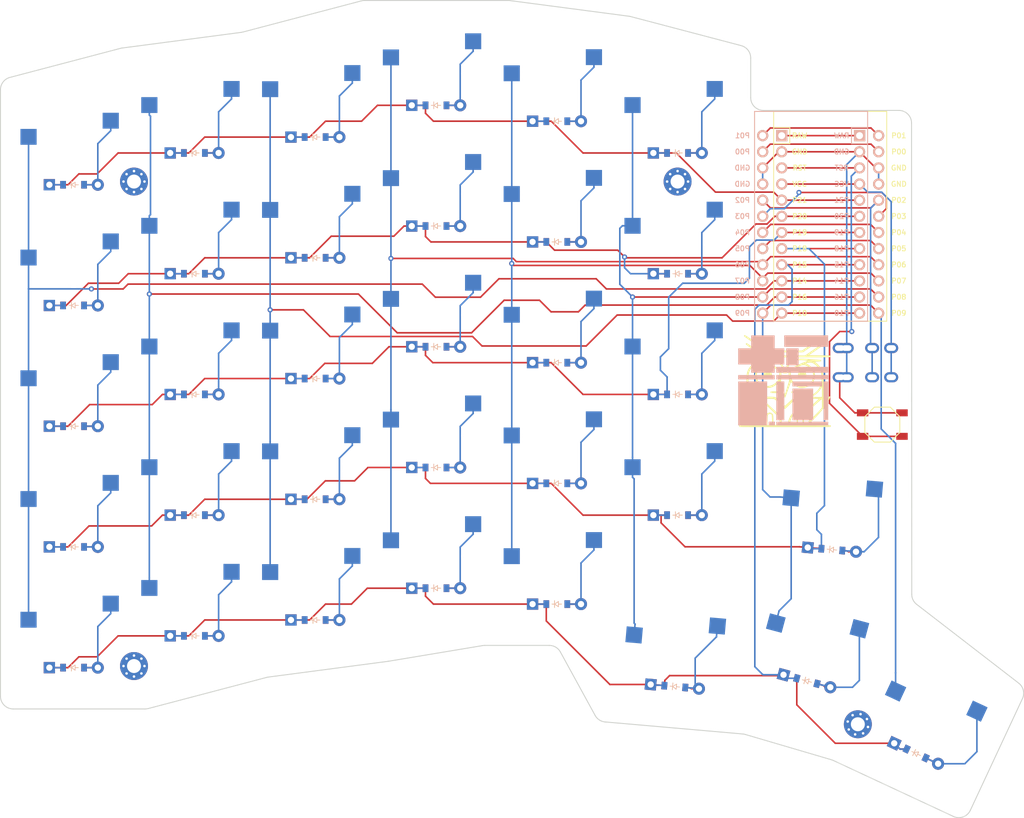
<source format=kicad_pcb>
(kicad_pcb (version 20221018) (generator pcbnew)
  (title_block (title "board") (rev "v1.0.0") (company "Unknown"))
  (layers (0 "F.Cu" signal) (31 "B.Cu" signal) (34 "B.Paste" user) (35 "F.Paste" user) (36 "B.SilkS" user "B.Silkscreen") (37 "F.SilkS" user "F.Silkscreen") (38 "B.Mask" user) (39 "F.Mask" user) (44 "Edge.Cuts" user))
  (net 0 "")
  (net 1 "P14")
  (net 2 "outer_mod")
  (net 3 "outer_bottom")
  (net 4 "outer_home")
  (net 5 "outer_top")
  (net 6 "outer_num")
  (net 7 "P16")
  (net 8 "pinky_mod")
  (net 9 "pinky_bottom")
  (net 10 "pinky_home")
  (net 11 "pinky_top")
  (net 12 "pinky_num")
  (net 13 "P10")
  (net 14 "ring_mod")
  (net 15 "ring_bottom")
  (net 16 "ring_home")
  (net 17 "ring_top")
  (net 18 "ring_num")
  (net 19 "P6")
  (net 20 "middle_mod")
  (net 21 "middle_bottom")
  (net 22 "middle_home")
  (net 23 "middle_top")
  (net 24 "middle_num")
  (net 25 "P7")
  (net 26 "index_mod")
  (net 27 "index_bottom")
  (net 28 "index_home")
  (net 29 "index_top")
  (net 30 "index_num")
  (net 31 "P8")
  (net 32 "inner_bottom")
  (net 33 "inner_home")
  (net 34 "inner_top")
  (net 35 "inner_num")
  (net 36 "P9")
  (net 37 "bracket_bottom")
  (net 38 "base_cluster")
  (net 39 "space_cluster")
  (net 40 "magic_cluster")
  (net 41 "P15")
  (net 42 "P18")
  (net 43 "P19")
  (net 44 "P20")
  (net 45 "P21")
  (net 46 "RAW")
  (net 47 "GND")
  (net 48 "RST")
  (net 49 "VCC")
  (net 50 "P1")
  (net 51 "P0")
  (net 52 "P2")
  (net 53 "P3")
  (net 54 "P4")
  (net 55 "P5")
  (footprint "E73:SW_TACT_ALPS_SKQGABE010" (layer "F.Cu") (at 177.2 116.75)
    (fp_text reference "B1" hide)
    (fp_text value "" hide)
  )
  (footprint "MX" (layer "F.Cu") (at 50 112)
    (fp_text reference "S3" hide)
    (fp_text value "" hide)
  )
  (footprint "ComboDiode" (layer "F.Cu") (at 107 66.5)
    (fp_text reference "D20" hide)
    (fp_text value "" hide)
  )
  (footprint "MX" (layer "F.Cu") (at 126 121)
    (fp_text reference "S22" hide)
    (fp_text value "" hide)
  )
  (footprint "MX" (layer "F.Cu") (at 169.7031 131.4455 -5)
    (fp_text reference "S30" hide)
    (fp_text value "" hide)
  )
  (footprint "ComboDiode" (layer "F.Cu") (at 50 79)
    (fp_text reference "D5" hide)
    (fp_text value "" hide)
  )
  (footprint "ComboDiode" (layer "F.Cu") (at 107 142.5)
    (fp_text reference "D16" hide)
    (fp_text value "" hide)
  )
  (footprint "MX" (layer "F.Cu") (at 126 140)
    (fp_text reference "S21" hide)
    (fp_text value "" hide)
  )
  (footprint "MX" (layer "F.Cu") (at 145 107)
    (fp_text reference "S27" hide)
    (fp_text value "" hide)
  )
  (footprint "LOGO" (layer "F.Cu") (at 161.923855 110.237115)
    (fp_text reference "G***" hide)
    (fp_text value "LOGO" hide)
  )
  (footprint "MountingHole_2.2mm_M2_Pad_Via" (layer "F.Cu") (at 145 78.5)
    (fp_text reference "_2" hide)
    (fp_text value "")
  )
  (footprint "ComboDiode" (layer "F.Cu") (at 144.5642 157.981 -5)
    (fp_text reference "D31" hide)
    (fp_text value "" hide)
  )
  (footprint "MX" (layer "F.Cu") (at 50 131)
    (fp_text reference "S2" hide)
    (fp_text value "" hide)
  )
  (footprint "ComboDiode" (layer "F.Cu") (at 145 74)
    (fp_text reference "D29" hide)
    (fp_text value "" hide)
  )
  (footprint "ComboDiode" (layer "F.Cu") (at 69 93)
    (fp_text reference "D9" hide)
    (fp_text value "" hide)
  )
  (footprint "MX" (layer "F.Cu") (at 107 80.5)
    (fp_text reference "S19" hide)
    (fp_text value "" hide)
  )
  (footprint "MX" (layer "F.Cu") (at 50 93)
    (fp_text reference "S4" hide)
    (fp_text value "" hide)
  )
  (footprint "ComboDiode" (layer "F.Cu") (at 50 98)
    (fp_text reference "D4" hide)
    (fp_text value "" hide)
  )
  (footprint "ComboDiode" (layer "F.Cu") (at 69 74)
    (fp_text reference "D10" hide)
    (fp_text value "" hide)
  )
  (footprint "MX" (layer "F.Cu") (at 145 126)
    (fp_text reference "S26" hide)
    (fp_text value "" hide)
  )
  (footprint "MX" (layer "F.Cu") (at 50 74)
    (fp_text reference "S5" hide)
    (fp_text value "" hide)
  )
  (footprint "ComboDiode" (layer "F.Cu") (at 169.2673 136.4264 -5)
    (fp_text reference "D30" hide)
    (fp_text value "" hide)
  )
  (footprint "ComboDiode" (layer "F.Cu") (at 88 90.5)
    (fp_text reference "D14" hide)
    (fp_text value "" hide)
  )
  (footprint "ComboDiode" (layer "F.Cu") (at 126 107)
    (fp_text reference "D23" hide)
    (fp_text value "" hide)
  )
  (footprint "ProMicro" (layer "F.Cu") (at 169 85.24 -90)
    (fp_text reference "MCU1" hide)
    (fp_text value "" hide)
  )
  (footprint "MX" (layer "F.Cu") (at 126 64)
    (fp_text reference "S25" hide)
    (fp_text value "" hide)
  )
  (footprint "ComboDiode" (layer "F.Cu") (at 88 71.5)
    (fp_text reference "D15" hide)
    (fp_text value "" hide)
  )
  (footprint "MX" (layer "F.Cu") (at 107 118.5)
    (fp_text reference "S17" hide)
    (fp_text value "" hide)
  )
  (footprint "MX" (layer "F.Cu") (at 69 126)
    (fp_text reference "S7" hide)
    (fp_text value "" hide)
  )
  (footprint "MX" (layer "F.Cu") (at 88 123.5)
    (fp_text reference "S12" hide)
    (fp_text value "" hide)
  )
  (footprint "MX" (layer "F.Cu") (at 107 99.5)
    (fp_text reference "S18" hide)
    (fp_text value "" hide)
  )
  (footprint "MountingHole_2.2mm_M2_Pad_Via" (layer "F.Cu") (at 59.5 154.75)
    (fp_text reference "_3" hide)
    (fp_text value "")
  )
  (footprint "ComboDiode" (layer "F.Cu") (at 88 128.5)
    (fp_text reference "D12" hide)
    (fp_text value "" hide)
  )
  (footprint "MX" (layer "F.Cu") (at 145 69)
    (fp_text reference "S29" hide)
    (fp_text value "" hide)
  )
  (footprint "ComboDiode" (layer "F.Cu") (at 50 117)
    (fp_text reference "D3" hide)
    (fp_text value "" hide)
  )
  (footprint "MX" (layer "F.Cu") (at 107 61.5)
    (fp_text reference "S20" hide)
    (fp_text value "" hide)
  )
  (footprint "ComboDiode" (layer "F.Cu") (at 50 155)
    (fp_text reference "D1" hide)
    (fp_text value "" hide)
  )
  (footprint "MX" (layer "F.Cu") (at 107 137.5)
    (fp_text reference "S16" hide)
    (fp_text value "" hide)
  )
  (footprint "ComboDiode" (layer "F.Cu") (at 88 109.5)
    (fp_text reference "D13" hide)
    (fp_text value "" hide)
  )
  (footprint "MountingHole_2.2mm_M2_Pad_Via" (layer "F.Cu") (at 173.3535 163.9109 -15)
    (fp_text reference "_4" hide)
    (fp_text value "")
  )
  (footprint "MountingHole_2.2mm_M2_Pad_Via" (layer "F.Cu") (at 59.5 78.5)
    (fp_text reference "_1" hide)
    (fp_text value "")
  )
  (footprint "MX" (layer "F.Cu") (at 69 69)
    (fp_text reference "S10" hide)
    (fp_text value "" hide)
  )
  (footprint "ComboDiode" (layer "F.Cu") (at 145 131)
    (fp_text reference "D26" hide)
    (fp_text value "" hide)
  )
  (footprint "TRRS-PJ-320A-dual" (layer "F.Cu") (at 181.8 109.3 -90)
    (fp_text reference "TRRS1")
    (fp_text value "TRRS-PJ-320A-dual")
  )
  (footprint "ComboDiode" (layer "F.Cu") (at 107 104.5)
    (fp_text reference "D18" hide)
    (fp_text value "" hide)
  )
  (footprint "MX" (layer "F.Cu") (at 184.6377 163.9829 -25)
    (fp_text reference "S33" hide)
    (fp_text value "" hide)
  )
  (footprint "ComboDiode" (layer "F.Cu") (at 165.3419 157.1054 -15)
    (fp_text reference "D32" hide)
    (fp_text value "" hide)
  )
  (footprint "MX" (layer "F.Cu") (at 50 150)
    (fp_text reference "S1" hide)
    (fp_text value "" hide)
  )
  (footprint "MX" (layer "F.Cu") (at 145 153 -5)
    (fp_text reference "S31" hide)
    (fp_text value "" hide)
  )
  (footprint "ComboDiode" (layer "F.Cu") (at 126 88)
    (fp_text reference "D24" hide)
    (fp_text value "" hide)
  )
  (footprint "MX" (layer "F.Cu") (at 69 88)
    (fp_text reference "S9" hide)
    (fp_text value "" hide)
  )
  (footprint "ComboDiode" (layer "F.Cu") (at 107 123.5)
    (fp_text reference "D17" hide)
    (fp_text value "" hide)
  )
  (footprint "ComboDiode" (layer "F.Cu") (at 126 145)
    (fp_text reference "D21" hide)
    (fp_text value "" hide)
  )
  (footprint "ComboDiode" (layer "F.Cu") (at 50 136)
    (fp_text reference "D2" hide)
    (fp_text value "" hide)
  )
  (footprint "ComboDiode" (layer "F.Cu") (at 88 147.5)
    (fp_text reference "D11" hide)
    (fp_text value "" hide)
  )
  (footprint "ComboDiode" (layer "F.Cu") (at 69 150)
    (fp_text reference "D6" hide)
    (fp_text value "" hide)
  )
  (footprint "MX" (layer "F.Cu") (at 88 66.5)
    (fp_text reference "S15" hide)
    (fp_text value "" hide)
  )
  (footprint "MX" (layer "F.Cu") (at 166.636 152.2758 -15)
    (fp_text reference "S32" hide)
    (fp_text value "" hide)
  )
  (footprint "MX" (layer "F.Cu") (at 69 107)
    (fp_text reference "S8" hide)
    (fp_text value "" hide)
  )
  (footprint "ComboDiode" (layer "F.Cu") (at 126 69)
    (fp_text reference "D25" hide)
    (fp_text value "" hide)
  )
  (footprint "MX" (layer "F.Cu") (at 69 145)
    (fp_text reference "S6" hide)
    (fp_text value "" hide)
  )
  (footprint "MX" (layer "F.Cu") (at 88 104.5)
    (fp_text reference "S13" hide)
    (fp_text value "" hide)
  )
  (footprint "MX" (layer "F.Cu") (at 126 83)
    (fp_text reference "S24" hide)
    (fp_text value "" hide)
  )
  (footprint "ComboDiode" (layer "F.Cu") (at 107 85.5)
    (fp_text reference "D19" hide)
    (fp_text value "" hide)
  )
  (footprint "MX" (layer "F.Cu") (at 88 85.5)
    (fp_text reference "S14" hide)
    (fp_text value "" hide)
  )
  (footprint "ComboDiode" (layer "F.Cu") (at 145 112)
    (fp_text reference "D27" hide)
    (fp_text value "" hide)
  )
  (footprint "MX" (layer "F.Cu") (at 88 142.5)
    (fp_text reference "S11" hide)
    (fp_text value "" hide)
  )
  (footprint "ComboDiode" (layer "F.Cu") (at 69 112)
    (fp_text reference "D8" hide)
    (fp_text value "" hide)
  )
  (footprint "ComboDiode" (layer "F.Cu") (at 145 93)
    (fp_text reference "D28" hide)
    (fp_text value "" hide)
  )
  (footprint "MX" (layer "F.Cu") (at 145 88)
    (fp_text reference "S28" hide)
    (fp_text value "" hide)
  )
  (footprint "ComboDiode" (layer "F.Cu") (at 69 131)
    (fp_text reference "D7" hide)
    (fp_text value "" hide)
  )
  (footprint "ComboDiode" (layer "F.Cu") (at 126 126)
    (fp_text reference "D22" hide)
    (fp_text value "" hide)
  )
  (footprint "ComboDiode" (layer "F.Cu") (at 182.5246 168.5145 -25)
    (fp_text reference "D33" hide)
    (fp_text value "" hide)
  )
  (footprint "MX" (layer "F.Cu") (at 126 102)
    (fp_text reference "S23" hide)
    (fp_text value "" hide)
  )
  (footprint "ProMicro" (layer "B.Cu") (at 166 85.24 -90)
    (fp_text reference "MCU2" hide)
    (fp_text value "" hide)
  )
  (footprint "LOGO" (layer "B.Cu") (at 162.3 109.6 180)
    (fp_text reference "G***" hide)
    (fp_text value "LOGO" hide)
  )
  (gr_line (start 137.374417 52.483476) (end 118.629895 50.017091) (stroke (width 0.15)) (layer "Edge.Cuts"))
  (gr_line (start 155.008987 57.107628) (end 137.622495 52.532235) (stroke (width 0.15)) (layer "Edge.Cuts"))
  (gr_arc (start 133.6078 163.547239) (mid 132.688277 163.229223) (end 132.027626 162.514944) (stroke (width 0.15)) (layer "Edge.Cuts"))
  (gr_arc (start 137.374417 52.483475) (mid 137.499227 52.503931) (end 137.622495 52.532235) (stroke (width 0.15)) (layer "Edge.Cuts"))
  (gr_line (start 114.665525 151.5) (end 124.814575 151.5) (stroke (width 0.15)) (layer "Edge.Cuts"))
  (gr_arc (start 118.368986 50) (mid 118.49972 50.004277) (end 118.629895 50.017091) (stroke (width 0.15)) (layer "Edge.Cuts"))
  (gr_line (start 198.654648 157.442406) (end 182.608042 145.041916) (stroke (width 0.15)) (layer "Edge.Cuts"))
  (gr_line (start 169.491579 169.609027) (end 188.38748 178.42033) (stroke (width 0.15)) (layer "Edge.Cuts"))
  (gr_arc (start 95.249766 50.065851) (mid 95.502138 50.016531) (end 95.758753 50) (stroke (width 0.15)) (layer "Edge.Cuts"))
  (gr_arc (start 99.533859 153.994357) (mid 99.499958 153.999709) (end 99.46597 154.004478) (stroke (width 0.15)) (layer "Edge.Cuts"))
  (gr_arc (start 124.814575 151.5) (mid 125.834333 151.779508) (end 126.56906 152.539906) (stroke (width 0.15)) (layer "Edge.Cuts"))
  (gr_arc (start 169.210455 169.502847) (mid 169.353014 169.55065) (end 169.491579 169.609027) (stroke (width 0.15)) (layer "Edge.Cuts"))
  (gr_line (start 179.800814 67.3) (end 158.5 67.3) (stroke (width 0.15)) (layer "Edge.Cuts"))
  (gr_arc (start 38.5 64.041777) (mid 38.916022 62.820707) (end 39.991013 62.107628) (stroke (width 0.15)) (layer "Edge.Cuts"))
  (gr_arc (start 40.5 161.5) (mid 39.085786 160.914214) (end 38.5 159.5) (stroke (width 0.15)) (layer "Edge.Cuts"))
  (gr_line (start 99.533859 153.994357) (end 114.336727 151.527212) (stroke (width 0.15)) (layer "Edge.Cuts"))
  (gr_arc (start 76.622495 54.967764) (mid 76.499227 54.996068) (end 76.374417 55.016524) (stroke (width 0.15)) (layer "Edge.Cuts"))
  (gr_line (start 80.625583 156.483476) (end 99.46597 154.004478) (stroke (width 0.15)) (layer "Edge.Cuts"))
  (gr_arc (start 179.800814 67.300001) (mid 181.214739 67.885499) (end 181.800813 69.299186) (stroke (width 0.15)) (layer "Edge.Cuts"))
  (gr_line (start 40.5 161.5) (end 61.241247 161.5) (stroke (width 0.15)) (layer "Edge.Cuts"))
  (gr_line (start 95.249767 50.065851) (end 76.622495 54.967765) (stroke (width 0.15)) (layer "Edge.Cuts"))
  (gr_line (start 38.5 64.041777) (end 38.5 159.5) (stroke (width 0.15)) (layer "Edge.Cuts"))
  (gr_line (start 181.830989 143.4602) (end 181.800813 69.299186) (stroke (width 0.15)) (layer "Edge.Cuts"))
  (gr_arc (start 61.750234 161.434149) (mid 61.497862 161.483469) (end 61.241247 161.5) (stroke (width 0.15)) (layer "Edge.Cuts"))
  (gr_arc (start 182.608042 145.041916) (mid 182.035912 144.341258) (end 181.830989 143.4602) (stroke (width 0.15)) (layer "Edge.Cuts"))
  (gr_line (start 57.377505 57.532235) (end 39.991013 62.107628) (stroke (width 0.15)) (layer "Edge.Cuts"))
  (gr_line (start 76.374417 55.016524) (end 57.625583 57.483476) (stroke (width 0.15)) (layer "Edge.Cuts"))
  (gr_line (start 126.56906 152.539906) (end 132.027626 162.514944) (stroke (width 0.15)) (layer "Edge.Cuts"))
  (gr_line (start 156.5 65.3) (end 156.5 59.041777) (stroke (width 0.15)) (layer "Edge.Cuts"))
  (gr_arc (start 80.377505 156.532236) (mid 80.500773 156.503932) (end 80.625583 156.483476) (stroke (width 0.15)) (layer "Edge.Cuts"))
  (gr_arc (start 191.045332 177.452952) (mid 189.916757 178.4871) (end 188.38748 178.42033) (stroke (width 0.15)) (layer "Edge.Cuts"))
  (gr_arc (start 198.654647 157.442405) (mid 199.375196 158.552889) (end 199.244317 159.870172) (stroke (width 0.15)) (layer "Edge.Cuts"))
  (gr_arc (start 158.5 67.3) (mid 157.085786 66.714214) (end 156.5 65.3) (stroke (width 0.15)) (layer "Edge.Cuts"))
  (gr_arc (start 114.336727 151.527212) (mid 114.500564 151.506814) (end 114.665525 151.5) (stroke (width 0.15)) (layer "Edge.Cuts"))
  (gr_line (start 61.750233 161.434149) (end 80.377505 156.532235) (stroke (width 0.15)) (layer "Edge.Cuts"))
  (gr_line (start 118.368986 50) (end 95.758753 50) (stroke (width 0.15)) (layer "Edge.Cuts"))
  (gr_line (start 155.645181 165.514751) (end 169.210454 169.502847) (stroke (width 0.15)) (layer "Edge.Cuts"))
  (gr_line (start 191.045332 177.452951) (end 199.244317 159.870172) (stroke (width 0.15)) (layer "Edge.Cuts"))
  (gr_line (start 133.6078 163.54724) (end 155.25538 165.441158) (stroke (width 0.15)) (layer "Edge.Cuts"))
  (gr_arc (start 57.377505 57.532236) (mid 57.500773 57.503932) (end 57.625583 57.483476) (stroke (width 0.15)) (layer "Edge.Cuts"))
  (gr_arc (start 155.25538 165.441157) (mid 155.45211 165.468266) (end 155.645181 165.514751) (stroke (width 0.15)) (layer "Edge.Cuts"))
  (gr_arc (start 155.008987 57.107628) (mid 156.083978 57.820707) (end 156.5 59.041777) (stroke (width 0.15)) (layer "Edge.Cuts"))
  (segment (start 106.9039 96.7) (end 114 96.7) (width 0.25) (layer "F.Cu") (net 1))
  (segment (start 104.8434 94.6395) (end 106.9039 96.7) (width 0.25) (layer "F.Cu") (net 1))
  (segment (start 52.8 95.4) (end 57.8 95.4) (width 0.25) (layer "F.Cu") (net 1))
  (segment (start 132.2 93.8) (end 133.8 95.4) (width 0.25) (layer "F.Cu") (net 1))
  (segment (start 58.5605 94.6395) (end 104.8434 94.6395) (width 0.25) (layer "F.Cu") (net 1))
  (segment (start 114 96.7) (end 116.9 93.8) (width 0.25) (layer "F.Cu") (net 1))
  (segment (start 173.62 94.13) (end 161.38 94.13) (width 0.25) (layer "F.Cu") (net 1))
  (segment (start 116.9 93.8) (end 132.2 93.8) (width 0.25) (layer "F.Cu") (net 1))
  (segment (start 160.1813 94.13) (end 161.38 94.13) (width 0.25) (layer "F.Cu") (net 1))
  (segment (start 133.8 95.4) (end 158.9113 95.4) (width 0.25) (layer "F.Cu") (net 1))
  (segment (start 158.9113 95.4) (end 160.1813 94.13) (width 0.25) (layer "F.Cu") (net 1))
  (segment (start 57.8 95.4) (end 58.5605 94.6395) (width 0.25) (layer "F.Cu") (net 1))
  (via (at 52.8 95.4) (size 0.8) (drill 0.4) (layers "F.Cu" "B.Cu") (net 1))
  (segment (start 52.8 95.4) (end 52.7893 95.3893) (width 0.25) (layer "B.Cu") (net 1))
  (segment (start 42.915 90.46) (end 42.915 95.3893) (width 0.25) (layer "B.Cu") (net 1))
  (segment (start 42.915 71.46) (end 42.915 90.46) (width 0.25) (layer "B.Cu") (net 1))
  (segment (start 52.7893 95.3893) (end 42.915 95.3893) (width 0.25) (layer "B.Cu") (net 1))
  (segment (start 42.915 128.46) (end 42.915 147.46) (width 0.25) (layer "B.Cu") (net 1))
  (segment (start 42.915 95.3893) (end 42.915 109.46) (width 0.25) (layer "B.Cu") (net 1))
  (segment (start 42.915 109.46) (end 42.915 128.46) (width 0.25) (layer "B.Cu") (net 1))
  (segment (start 53.81 155) (end 51.65 155) (width 0.25) (layer "F.Cu") (net 2))
  (segment (start 53.81 155) (end 53.81 148.5289) (width 0.25) (layer "B.Cu") (net 2))
  (segment (start 55.842 144.92) (end 55.842 146.4969) (width 0.25) (layer "B.Cu") (net 2))
  (segment (start 53.81 155) (end 51.65 155) (width 0.25) (layer "B.Cu") (net 2))
  (segment (start 53.81 148.5289) (end 55.842 146.4969) (width 0.25) (layer "B.Cu") (net 2))
  (segment (start 53.81 136) (end 51.65 136) (width 0.25) (layer "F.Cu") (net 3))
  (segment (start 53.81 129.5289) (end 55.842 127.4969) (width 0.25) (layer "B.Cu") (net 3))
  (segment (start 53.81 136) (end 51.65 136) (width 0.25) (layer "B.Cu") (net 3))
  (segment (start 55.842 125.92) (end 55.842 127.4969) (width 0.25) (layer "B.Cu") (net 3))
  (segment (start 53.81 136) (end 53.81 129.5289) (width 0.25) (layer "B.Cu") (net 3))
  (segment (start 53.81 117) (end 51.65 117) (width 0.25) (layer "F.Cu") (net 4))
  (segment (start 53.81 110.5289) (end 55.842 108.4969) (width 0.25) (layer "B.Cu") (net 4))
  (segment (start 55.842 106.92) (end 55.842 108.4969) (width 0.25) (layer "B.Cu") (net 4))
  (segment (start 53.81 117) (end 51.65 117) (width 0.25) (layer "B.Cu") (net 4))
  (segment (start 53.81 117) (end 53.81 110.5289) (width 0.25) (layer "B.Cu") (net 4))
  (segment (start 53.81 98) (end 51.65 98) (width 0.25) (layer "F.Cu") (net 5))
  (segment (start 55.842 87.92) (end 55.842 89.4969) (width 0.25) (layer "B.Cu") (net 5))
  (segment (start 53.81 98) (end 53.81 91.5289) (width 0.25) (layer "B.Cu") (net 5))
  (segment (start 53.81 98) (end 51.65 98) (width 0.25) (layer "B.Cu") (net 5))
  (segment (start 53.81 91.5289) (end 55.842 89.4969) (width 0.25) (layer "B.Cu") (net 5))
  (segment (start 53.81 79) (end 51.65 79) (width 0.25) (layer "F.Cu") (net 6))
  (segment (start 53.81 79) (end 53.81 72.5289) (width 0.25) (layer "B.Cu") (net 6))
  (segment (start 53.81 72.5289) (end 55.842 70.4969) (width 0.25) (layer "B.Cu") (net 6))
  (segment (start 53.81 79) (end 51.65 79) (width 0.25) (layer "B.Cu") (net 6))
  (segment (start 55.842 68.92) (end 55.842 70.4969) (width 0.25) (layer "B.Cu") (net 6))
  (segment (start 94.8 96.2) (end 100.9 102.3) (width 0.25) (layer "F.Cu") (net 7))
  (segment (start 129.4 99) (end 129.6 98.8) (width 0.25) (layer "F.Cu") (net 7))
  (segment (start 130.4599 97.94) (end 159.0131 97.94) (width 0.25) (layer "F.Cu") (net 7))
  (segment (start 125.1 99) (end 129.4 99) (width 0.25) (layer "F.Cu") (net 7))
  (segment (start 159.0131 97.94) (end 160.2831 96.67) (width 0.25) (layer "F.Cu") (net 7))
  (segment (start 112.6 102.3) (end 117.7208 97.1792) (width 0.25) (layer "F.Cu") (net 7))
  (segment (start 61.915 96.2) (end 94.8 96.2) (width 0.25) (layer "F.Cu") (net 7))
  (segment (start 117.7208 97.1792) (end 123.2792 97.1792) (width 0.25) (layer "F.Cu") (net 7))
  (segment (start 123.2792 97.1792) (end 125.1 99) (width 0.25) (layer "F.Cu") (net 7))
  (segment (start 100.9 102.3) (end 112.6 102.3) (width 0.25) (layer "F.Cu") (net 7))
  (segment (start 173.62 96.67) (end 161.38 96.67) (width 0.25) (layer "F.Cu") (net 7))
  (segment (start 129.6 98.8) (end 129.6 98.7999) (width 0.25) (layer "F.Cu") (net 7))
  (segment (start 129.6 98.7999) (end 130.4599 97.94) (width 0.25) (layer "F.Cu") (net 7))
  (segment (start 160.2831 96.67) (end 161.38 96.67) (width 0.25) (layer "F.Cu") (net 7))
  (via (at 61.915 96.2) (size 0.8) (drill 0.4) (layers "F.Cu" "B.Cu") (net 7))
  (segment (start 61.915 66.46) (end 61.915 68.0369) (width 0.25) (layer "B.Cu") (net 7))
  (segment (start 62.0962 83.7019) (end 61.915 83.8831) (width 0.25) (layer "B.Cu") (net 7))
  (segment (start 61.915 85.46) (end 61.915 96.2) (width 0.25) (layer "B.Cu") (net 7))
  (segment (start 61.915 96.2) (end 61.915 104.46) (width 0.25) (layer "B.Cu") (net 7))
  (segment (start 61.915 104.46) (end 61.915 123.46) (width 0.25) (layer "B.Cu") (net 7))
  (segment (start 62.0962 68.2181) (end 62.0962 83.7019) (width 0.25) (layer "B.Cu") (net 7))
  (segment (start 61.915 123.46) (end 61.915 140.8831) (width 0.25) (layer "B.Cu") (net 7))
  (segment (start 61.915 68.0369) (end 62.0962 68.2181) (width 0.25) (layer "B.Cu") (net 7))
  (segment (start 61.915 142.46) (end 61.915 140.8831) (width 0.25) (layer "B.Cu") (net 7))
  (segment (start 61.915 84.6715) (end 61.915 85.46) (width 0.25) (layer "B.Cu") (net 7))
  (segment (start 61.915 84.6715) (end 61.915 83.8831) (width 0.25) (layer "B.Cu") (net 7))
  (segment (start 72.81 150) (end 70.65 150) (width 0.25) (layer "F.Cu") (net 8))
  (segment (start 74.842 139.92) (end 74.842 141.4969) (width 0.25) (layer "B.Cu") (net 8))
  (segment (start 72.81 143.5289) (end 74.842 141.4969) (width 0.25) (layer "B.Cu") (net 8))
  (segment (start 72.81 150) (end 70.65 150) (width 0.25) (layer "B.Cu") (net 8))
  (segment (start 72.81 150) (end 72.81 143.5289) (width 0.25) (layer "B.Cu") (net 8))
  (segment (start 72.81 131) (end 70.65 131) (width 0.25) (layer "F.Cu") (net 9))
  (segment (start 72.81 131) (end 70.65 131) (width 0.25) (layer "B.Cu") (net 9))
  (segment (start 72.81 124.5289) (end 74.842 122.4969) (width 0.25) (layer "B.Cu") (net 9))
  (segment (start 74.842 120.92) (end 74.842 122.4969) (width 0.25) (layer "B.Cu") (net 9))
  (segment (start 72.81 131) (end 72.81 124.5289) (width 0.25) (layer "B.Cu") (net 9))
  (segment (start 72.81 112) (end 70.65 112) (width 0.25) (layer "F.Cu") (net 10))
  (segment (start 72.81 112) (end 72.81 105.5289) (width 0.25) (layer "B.Cu") (net 10))
  (segment (start 72.81 112) (end 70.65 112) (width 0.25) (layer "B.Cu") (net 10))
  (segment (start 74.842 101.92) (end 74.842 103.4969) (width 0.25) (layer "B.Cu") (net 10))
  (segment (start 72.81 105.5289) (end 74.842 103.4969) (width 0.25) (layer "B.Cu") (net 10))
  (segment (start 72.81 93) (end 70.65 93) (width 0.25) (layer "F.Cu") (net 11))
  (segment (start 72.81 86.5289) (end 74.842 84.4969) (width 0.25) (layer "B.Cu") (net 11))
  (segment (start 74.842 82.92) (end 74.842 84.4969) (width 0.25) (layer "B.Cu") (net 11))
  (segment (start 72.81 93) (end 72.81 86.5289) (width 0.25) (layer "B.Cu") (net 11))
  (segment (start 72.81 93) (end 70.65 93) (width 0.25) (layer "B.Cu") (net 11))
  (segment (start 72.81 74) (end 70.65 74) (width 0.25) (layer "F.Cu") (net 12))
  (segment (start 72.81 74) (end 70.65 74) (width 0.25) (layer "B.Cu") (net 12))
  (segment (start 74.842 63.92) (end 74.842 65.4969) (width 0.25) (layer "B.Cu") (net 12))
  (segment (start 72.81 67.5289) (end 74.842 65.4969) (width 0.25) (layer "B.Cu") (net 12))
  (segment (start 72.81 74) (end 72.81 67.5289) (width 0.25) (layer "B.Cu") (net 12))
  (segment (start 152.7 99.5) (end 153.6603 100.4603) (width 0.25) (layer "F.Cu") (net 13))
  (segment (start 90.3445 102.8834) (end 112.7476 102.8834) (width 0.25) (layer "F.Cu") (net 13))
  (segment (start 173.62 99.21) (end 161.38 99.21) (width 0.25) (layer "F.Cu") (net 13))
  (segment (start 80.915 98.6903) (end 86.1514 98.6903) (width 0.25) (layer "F.Cu") (net 13))
  (segment (start 153.6603 100.4603) (end 160.1297 100.4603) (width 0.25) (layer "F.Cu") (net 13))
  (segment (start 135.5028 99.5) (end 152.7 99.5) (width 0.25) (layer "F.Cu") (net 13))
  (segment (start 160.1297 100.4603) (end 161.38 99.21) (width 0.25) (layer "F.Cu") (net 13))
  (segment (start 86.1514 98.6903) (end 90.3445 102.8834) (width 0.25) (layer "F.Cu") (net 13))
  (segment (start 130.6284 104.3744) (end 135.5028 99.5) (width 0.25) (layer "F.Cu") (net 13))
  (segment (start 114.2386 104.3744) (end 130.6284 104.3744) (width 0.25) (layer "F.Cu") (net 13))
  (segment (start 112.7476 102.8834) (end 114.2386 104.3744) (width 0.25) (layer "F.Cu") (net 13))
  (via (at 80.915 98.6903) (size 0.8) (drill 0.4) (layers "F.Cu" "B.Cu") (net 13))
  (segment (start 80.915 120.96) (end 80.915 139.96) (width 0.25) (layer "B.Cu") (net 13))
  (segment (start 80.915 101.96) (end 80.915 119.3831) (width 0.25) (layer "B.Cu") (net 13))
  (segment (start 80.915 82.96) (end 80.915 98.6903) (width 0.25) (layer "B.Cu") (net 13))
  (segment (start 80.915 63.96) (end 80.915 82.96) (width 0.25) (layer "B.Cu") (net 13))
  (segment (start 80.915 98.6903) (end 80.915 101.96) (width 0.25) (layer "B.Cu") (net 13))
  (segment (start 80.915 120.1715) (end 80.915 120.96) (width 0.25) (layer "B.Cu") (net 13))
  (segment (start 80.915 120.1715) (end 80.915 119.3831) (width 0.25) (layer "B.Cu") (net 13))
  (segment (start 91.81 147.5) (end 89.65 147.5) (width 0.25) (layer "F.Cu") (net 14))
  (segment (start 93.842 137.42) (end 93.842 138.9969) (width 0.25) (layer "B.Cu") (net 14))
  (segment (start 91.81 147.5) (end 89.65 147.5) (width 0.25) (layer "B.Cu") (net 14))
  (segment (start 91.81 141.0289) (end 93.842 138.9969) (width 0.25) (layer "B.Cu") (net 14))
  (segment (start 91.81 147.5) (end 91.81 141.0289) (width 0.25) (layer "B.Cu") (net 14))
  (segment (start 91.81 128.5) (end 89.65 128.5) (width 0.25) (layer "F.Cu") (net 15))
  (segment (start 91.81 128.5) (end 89.65 128.5) (width 0.25) (layer "B.Cu") (net 15))
  (segment (start 91.81 122.0289) (end 93.842 119.9969) (width 0.25) (layer "B.Cu") (net 15))
  (segment (start 93.842 118.42) (end 93.842 119.9969) (width 0.25) (layer "B.Cu") (net 15))
  (segment (start 91.81 128.5) (end 91.81 122.0289) (width 0.25) (layer "B.Cu") (net 15))
  (segment (start 91.81 109.5) (end 89.65 109.5) (width 0.25) (layer "F.Cu") (net 16))
  (segment (start 91.81 109.5) (end 89.65 109.5) (width 0.25) (layer "B.Cu") (net 16))
  (segment (start 93.842 99.42) (end 93.842 100.9969) (width 0.25) (layer "B.Cu") (net 16))
  (segment (start 91.81 103.0289) (end 93.842 100.9969) (width 0.25) (layer "B.Cu") (net 16))
  (segment (start 91.81 109.5) (end 91.81 103.0289) (width 0.25) (layer "B.Cu") (net 16))
  (segment (start 91.81 90.5) (end 89.65 90.5) (width 0.25) (layer "F.Cu") (net 17))
  (segment (start 93.842 80.42) (end 93.842 81.9969) (width 0.25) (layer "B.Cu") (net 17))
  (segment (start 91.81 90.5) (end 91.81 84.0289) (width 0.25) (layer "B.Cu") (net 17))
  (segment (start 91.81 90.5) (end 89.65 90.5) (width 0.25) (layer "B.Cu") (net 17))
  (segment (start 91.81 84.0289) (end 93.842 81.9969) (width 0.25) (layer "B.Cu") (net 17))
  (segment (start 91.81 71.5) (end 89.65 71.5) (width 0.25) (layer "F.Cu") (net 18))
  (segment (start 91.81 71.5) (end 91.81 65.0289) (width 0.25) (layer "B.Cu") (net 18))
  (segment (start 91.81 71.5) (end 89.65 71.5) (width 0.25) (layer "B.Cu") (net 18))
  (segment (start 93.842 61.42) (end 93.842 62.9969) (width 0.25) (layer "B.Cu") (net 18))
  (segment (start 91.81 65.0289) (end 93.842 62.9969) (width 0.25) (layer "B.Cu") (net 18))
  (segment (start 158.38 91.59) (end 159.65 90.32) (width 0.25) (layer "F.Cu") (net 19))
  (segment (start 119.64 91.1) (end 157.89 91.1) (width 0.25) (layer "F.Cu") (net 19))
  (segment (start 99.915 90.6) (end 119.14 90.6) (width 0.25) (layer "F.Cu") (net 19))
  (segment (start 119.14 90.6) (end 119.64 91.1) (width 0.25) (layer "F.Cu") (net 19))
  (segment (start 175.35 90.32) (end 176.62 91.59) (width 0.25) (layer "F.Cu") (net 19))
  (segment (start 157.89 91.1) (end 158.38 91.59) (width 0.25) (layer "F.Cu") (net 19))
  (segment (start 159.65 90.32) (end 175.35 90.32) (width 0.25) (layer "F.Cu") (net 19))
  (via (at 99.915 90.6) (size 0.8) (drill 0.4) (layers "F.Cu" "B.Cu") (net 19))
  (segment (start 99.915 90.6) (end 99.915 96.96) (width 0.25) (layer "B.Cu") (net 19))
  (segment (start 99.915 77.96) (end 99.915 90.6) (width 0.25) (layer "B.Cu") (net 19))
  (segment (start 99.915 96.96) (end 99.915 114.3831) (width 0.25) (layer "B.Cu") (net 19))
  (segment (start 99.915 115.96) (end 99.915 114.3831) (width 0.25) (layer "B.Cu") (net 19))
  (segment (start 99.915 115.96) (end 99.915 134.96) (width 0.25) (layer "B.Cu") (net 19))
  (segment (start 99.915 58.96) (end 99.915 77.96) (width 0.25) (layer "B.Cu") (net 19))
  (segment (start 110.81 142.5) (end 108.65 142.5) (width 0.25) (layer "F.Cu") (net 20))
  (segment (start 112.842 132.42) (end 112.842 133.9969) (width 0.25) (layer "B.Cu") (net 20))
  (segment (start 110.81 142.5) (end 110.81 136.0289) (width 0.25) (layer "B.Cu") (net 20))
  (segment (start 110.81 136.0289) (end 112.842 133.9969) (width 0.25) (layer "B.Cu") (net 20))
  (segment (start 110.81 142.5) (end 108.65 142.5) (width 0.25) (layer "B.Cu") (net 20))
  (segment (start 110.81 123.5) (end 108.65 123.5) (width 0.25) (layer "F.Cu") (net 21))
  (segment (start 112.842 113.42) (end 112.842 114.9969) (width 0.25) (layer "B.Cu") (net 21))
  (segment (start 110.81 123.5) (end 110.81 117.0289) (width 0.25) (layer "B.Cu") (net 21))
  (segment (start 110.81 123.5) (end 108.65 123.5) (width 0.25) (layer "B.Cu") (net 21))
  (segment (start 110.81 117.0289) (end 112.842 114.9969) (width 0.25) (layer "B.Cu") (net 21))
  (segment (start 110.81 104.5) (end 108.65 104.5) (width 0.25) (layer "F.Cu") (net 22))
  (segment (start 110.81 104.5) (end 110.81 98.0289) (width 0.25) (layer "B.Cu") (net 22))
  (segment (start 110.81 104.5) (end 108.65 104.5) (width 0.25) (layer "B.Cu") (net 22))
  (segment (start 112.842 94.42) (end 112.842 95.9969) (width 0.25) (layer "B.Cu") (net 22))
  (segment (start 110.81 98.0289) (end 112.842 95.9969) (width 0.25) (layer "B.Cu") (net 22))
  (segment (start 110.81 85.5) (end 108.65 85.5) (width 0.25) (layer "F.Cu") (net 23))
  (segment (start 110.81 85.5) (end 108.65 85.5) (width 0.25) (layer "B.Cu") (net 23))
  (segment (start 112.842 75.42) (end 112.842 76.9969) (width 0.25) (layer "B.Cu") (net 23))
  (segment (start 110.81 79.0289) (end 112.842 76.9969) (width 0.25) (layer "B.Cu") (net 23))
  (segment (start 110.81 85.5) (end 110.81 79.0289) (width 0.25) (layer "B.Cu") (net 23))
  (segment (start 110.81 66.5) (end 108.65 66.5) (width 0.25) (layer "F.Cu") (net 24))
  (segment (start 110.81 66.5) (end 110.81 60.0289) (width 0.25) (layer "B.Cu") (net 24))
  (segment (start 110.81 66.5) (end 108.65 66.5) (width 0.25) (layer "B.Cu") (net 24))
  (segment (start 112.842 56.42) (end 112.842 57.9969) (width 0.25) (layer "B.Cu") (net 24))
  (segment (start 110.81 60.0289) (end 112.842 57.9969) (width 0.25) (layer "B.Cu") (net 24))
  (segment (start 175.4031 92.9131) (end 159.1766 92.9131) (width 0.25) (layer "F.Cu") (net 25))
  (segment (start 119.215 91.7) (end 156.3703 91.7) (width 0.25) (layer "F.Cu") (net 25))
  (segment (start 156.3703 91.7) (end 158.38 93.7097) (width 0.25) (layer "F.Cu") (net 25))
  (segment (start 158.38 93.7097) (end 158.38 94.13) (width 0.25) (layer "F.Cu") (net 25))
  (segment (start 118.915 91.4) (end 119.215 91.7) (width 0.25) (layer "F.Cu") (net 25))
  (segment (start 176.62 94.13) (end 175.4031 92.9131) (width 0.25) (layer "F.Cu") (net 25))
  (segment (start 159.1766 92.9131) (end 158.38 93.7097) (width 0.25) (layer "F.Cu") (net 25))
  (via (at 118.915 91.4) (size 0.8) (drill 0.4) (layers "F.Cu" "B.Cu") (net 25))
  (segment (start 118.915 61.46) (end 118.915 80.46) (width 0.25) (layer "B.Cu") (net 25))
  (segment (start 118.915 91.4) (end 118.915 99.46) (width 0.25) (layer "B.Cu") (net 25))
  (segment (start 118.915 117.6715) (end 118.915 116.8831) (width 0.25) (layer "B.Cu") (net 25))
  (segment (start 118.915 99.46) (end 118.915 116.8831) (width 0.25) (layer "B.Cu") (net 25))
  (segment (start 118.915 80.46) (end 118.915 91.4) (width 0.25) (layer "B.Cu") (net 25))
  (segment (start 118.915 117.6715) (end 118.915 118.46) (width 0.25) (layer "B.Cu") (net 25))
  (segment (start 118.915 118.46) (end 118.915 137.46) (width 0.25) (layer "B.Cu") (net 25))
  (segment (start 129.81 145) (end 127.65 145) (width 0.25) (layer "F.Cu") (net 26))
  (segment (start 129.81 145) (end 129.81 138.5289) (width 0.25) (layer "B.Cu") (net 26))
  (segment (start 129.81 145) (end 127.65 145) (width 0.25) (layer "B.Cu") (net 26))
  (segment (start 129.81 138.5289) (end 131.842 136.4969) (width 0.25) (layer "B.Cu") (net 26))
  (segment (start 131.842 134.92) (end 131.842 136.4969) (width 0.25) (layer "B.Cu") (net 26))
  (segment (start 129.81 126) (end 127.65 126) (width 0.25) (layer "F.Cu") (net 27))
  (segment (start 129.81 126) (end 129.81 119.5289) (width 0.25) (layer "B.Cu") (net 27))
  (segment (start 131.842 115.92) (end 131.842 117.4969) (width 0.25) (layer "B.Cu") (net 27))
  (segment (start 129.81 119.5289) (end 131.842 117.4969) (width 0.25) (layer "B.Cu") (net 27))
  (segment (start 129.81 126) (end 127.65 126) (width 0.25) (layer "B.Cu") (net 27))
  (segment (start 129.81 107) (end 127.65 107) (width 0.25) (layer "F.Cu") (net 28))
  (segment (start 129.81 107) (end 129.81 100.5289) (width 0.25) (layer "B.Cu") (net 28))
  (segment (start 129.81 100.5289) (end 131.842 98.4969) (width 0.25) (layer "B.Cu") (net 28))
  (segment (start 129.81 107) (end 127.65 107) (width 0.25) (layer "B.Cu") (net 28))
  (segment (start 131.842 96.92) (end 131.842 98.4969) (width 0.25) (layer "B.Cu") (net 28))
  (segment (start 129.81 88) (end 127.65 88) (width 0.25) (layer "F.Cu") (net 29))
  (segment (start 131.842 77.92) (end 131.842 79.4969) (width 0.25) (layer "B.Cu") (net 29))
  (segment (start 129.81 81.5289) (end 131.842 79.4969) (width 0.25) (layer "B.Cu") (net 29))
  (segment (start 129.81 88) (end 127.65 88) (width 0.25) (layer "B.Cu") (net 29))
  (segment (start 129.81 88) (end 129.81 81.5289) (width 0.25) (layer "B.Cu") (net 29))
  (segment (start 129.81 69) (end 127.65 69) (width 0.25) (layer "F.Cu") (net 30))
  (segment (start 129.81 69) (end 129.81 62.5289) (width 0.25) (layer "B.Cu") (net 30))
  (segment (start 129.81 69) (end 127.65 69) (width 0.25) (layer "B.Cu") (net 30))
  (segment (start 131.842 58.92) (end 131.842 60.4969) (width 0.25) (layer "B.Cu") (net 30))
  (segment (start 129.81 62.5289) (end 131.842 60.4969) (width 0.25) (layer "B.Cu") (net 30))
  (segment (start 158.38 96.67) (end 159.65 95.4) (width 0.25) (layer "F.Cu") (net 31))
  (segment (start 158.38 96.67) (end 137.915 96.67) (width 0.25) (layer "F.Cu") (net 31))
  (segment (start 159.65 95.4) (end 175.35 95.4) (width 0.25) (layer "F.Cu") (net 31))
  (segment (start 175.35 95.4) (end 176.62 96.67) (width 0.25) (layer "F.Cu") (net 31))
  (via (at 137.915 96.67) (size 0.8) (drill 0.4) (layers "F.Cu" "B.Cu") (net 31))
  (segment (start 137.915 66.46) (end 137.915 85.46) (width 0.25) (layer "B.Cu") (net 31))
  (segment (start 137.915 104.46) (end 137.915 121.8831) (width 0.25) (layer "B.Cu") (net 31))
  (segment (start 137.915 96.67) (end 137.915 104.46) (width 0.25) (layer "B.Cu") (net 31))
  (segment (start 135.9155 85.8576) (end 135.9155 94.6705) (width 0.25) (layer "B.Cu") (net 31))
  (segment (start 136.3131 85.46) (end 135.9155 85.8576) (width 0.25) (layer "B.Cu") (net 31))
  (segment (start 135.9155 94.6705) (end 137.915 96.67) (width 0.25) (layer "B.Cu") (net 31))
  (segment (start 137.915 123.46) (end 137.915 125.0369) (width 0.25) (layer "B.Cu") (net 31))
  (segment (start 137.915 85.46) (end 136.3131 85.46) (width 0.25) (layer "B.Cu") (net 31))
  (segment (start 138.313 148.1417) (end 138.1633 147.992) (width 0.25) (layer "B.Cu") (net 31))
  (segment (start 138.1633 147.992) (end 138.1633 125.2852) (width 0.25) (layer "B.Cu") (net 31))
  (segment (start 137.915 123.46) (end 137.915 121.8831) (width 0.25) (layer "B.Cu") (net 31))
  (segment (start 138.1633 149.8522) (end 138.313 148.1417) (width 0.25) (layer "B.Cu") (net 31))
  (segment (start 138.1633 125.2852) (end 137.915 125.0369) (width 0.25) (layer "B.Cu") (net 31))
  (segment (start 148.81 131) (end 146.65 131) (width 0.25) (layer "F.Cu") (net 32))
  (segment (start 148.81 131) (end 148.81 124.5289) (width 0.25) (layer "B.Cu") (net 32))
  (segment (start 150.842 120.92) (end 150.842 122.4969) (width 0.25) (layer "B.Cu") (net 32))
  (segment (start 148.81 124.5289) (end 150.842 122.4969) (width 0.25) (layer "B.Cu") (net 32))
  (segment (start 148.81 131) (end 146.65 131) (width 0.25) (layer "B.Cu") (net 32))
  (segment (start 148.81 112) (end 146.65 112) (width 0.25) (layer "F.Cu") (net 33))
  (segment (start 148.81 112) (end 148.81 105.5289) (width 0.25) (layer "B.Cu") (net 33))
  (segment (start 148.81 112) (end 146.65 112) (width 0.25) (layer "B.Cu") (net 33))
  (segment (start 150.842 101.92) (end 150.842 103.4969) (width 0.25) (layer "B.Cu") (net 33))
  (segment (start 148.81 105.5289) (end 150.842 103.4969) (width 0.25) (layer "B.Cu") (net 33))
  (segment (start 148.81 93) (end 146.65 93) (width 0.25) (layer "F.Cu") (net 34))
  (segment (start 148.81 86.5289) (end 150.842 84.4969) (width 0.25) (layer "B.Cu") (net 34))
  (segment (start 150.842 82.92) (end 150.842 84.4969) (width 0.25) (layer "B.Cu") (net 34))
  (segment (start 148.81 93) (end 146.65 93) (width 0.25) (layer "B.Cu") (net 34))
  (segment (start 148.81 93) (end 148.81 86.5289) (width 0.25) (layer "B.Cu") (net 34))
  (segment (start 148.81 74) (end 146.65 74) (width 0.25) (layer "F.Cu") (net 35))
  (segment (start 150.842 63.92) (end 150.842 65.4969) (width 0.25) (layer "B.Cu") (net 35))
  (segment (start 148.81 74) (end 148.81 67.5289) (width 0.25) (layer "B.Cu") (net 35))
  (segment (start 148.81 74) (end 146.65 74) (width 0.25) (layer "B.Cu") (net 35))
  (segment (start 148.81 67.5289) (end 150.842 65.4969) (width 0.25) (layer "B.Cu") (net 35))
  (segment (start 158.38 99.21) (end 158.3822 99.21) (width 0.25) (layer "F.Cu") (net 36))
  (segment (start 158.3822 99.21) (end 159.6522 97.94) (width 0.25) (layer "F.Cu") (net 36))
  (segment (start 159.6522 97.94) (end 175.35 97.94) (width 0.25) (layer "F.Cu") (net 36))
  (segment (start 175.35 97.94) (end 176.62 99.21) (width 0.25) (layer "F.Cu") (net 36))
  (segment (start 160.969 146.0508) (end 162.866436 144.153364) (width 0.25) (layer "B.Cu") (net 36))
  (segment (start 179.29 119.7001) (end 177.0269 117.437) (width 0.25) (layer "B.Cu") (net 36))
  (segment (start 179.28996 155.81624) (end 179.28996 158.686628) (width 0.25) (layer "B.Cu") (net 36))
  (segment (start 158.38 126.98) (end 159.546 128.146) (width 0.25) (layer "B.Cu") (net 36))
  (segment (start 177.0269 99.6169) (end 176.62 99.21) (width 0.25) (layer "B.Cu") (net 36))
  (segment (start 162.866436 144.153364) (end 162.866436 128.297667) (width 0.25) (layer "B.Cu") (net 36))
  (segment (start 179.29 155.8162) (end 179.28996 155.81624) (width 0.25) (layer "B.Cu") (net 36))
  (segment (start 177.0269 117.437) (end 177.0269 99.6169) (width 0.25) (layer "B.Cu") (net 36))
  (segment (start 179.29 155.8162) (end 179.29 119.7001) (width 0.25) (layer "B.Cu") (net 36))
  (segment (start 160.4498 147.9886) (end 160.969 146.0508) (width 0.25) (layer "B.Cu") (net 36))
  (segment (start 158.38 99.21) (end 158.38 126.98) (width 0.25) (layer "B.Cu") (net 36))
  (segment (start 162.8664 128.2977) (end 161.1332 128.146) (width 0.25) (layer "B.Cu") (net 36))
  (segment (start 159.546 128.146) (end 161.1332 128.146) (width 0.25) (layer "B.Cu") (net 36))
  (segment (start 170.911 136.5702) (end 171.7658 136.645) (width 0.25) (layer "F.Cu") (net 37))
  (segment (start 173.0628 136.7585) (end 171.8792 136.7585) (width 0.25) (layer "F.Cu") (net 37))
  (segment (start 171.8792 136.7585) (end 171.7658 136.6451) (width 0.25) (layer "F.Cu") (net 37))
  (segment (start 171.7658 136.6451) (end 171.7658 136.645) (width 0.25) (layer "F.Cu") (net 37))
  (segment (start 170.911 136.5702) (end 171.7658 136.645) (width 0.25) (layer "B.Cu") (net 37))
  (segment (start 174.341537 136.758463) (end 173.062802 136.758463) (width 0.25) (layer "B.Cu") (net 37))
  (segment (start 176.6 134.5) (end 174.341537 136.758463) (width 0.25) (layer "B.Cu") (net 37))
  (segment (start 173.0628 136.7585) (end 172.5844 136.7585) (width 0.25) (layer "B.Cu") (net 37))
  (segment (start 172.5844 136.7585) (end 172.471 136.6451) (width 0.25) (layer "B.Cu") (net 37))
  (segment (start 172.471 136.6451) (end 171.7658 136.6451) (width 0.25) (layer "B.Cu") (net 37))
  (segment (start 176.6 127.528374) (end 176.6 134.5) (width 0.25) (layer "B.Cu") (net 37))
  (segment (start 175.965621 126.893995) (end 176.6 127.528374) (width 0.25) (layer "B.Cu") (net 37))
  (segment (start 171.7658 136.6451) (end 171.7658 136.645) (width 0.25) (layer "B.Cu") (net 37))
  (segment (start 148.3597 158.3131) (end 147.1761 158.3131) (width 0.25) (layer "F.Cu") (net 38))
  (segment (start 147.0627 158.1997) (end 147.0627 158.1996) (width 0.25) (layer "F.Cu") (net 38))
  (segment (start 146.2079 158.1248) (end 147.0627 158.1996) (width 0.25) (layer "F.Cu") (net 38))
  (segment (start 147.1761 158.3131) (end 147.0627 158.1997) (width 0.25) (layer "F.Cu") (net 38))
  (segment (start 147.7679 153.5039) (end 151.1127 150.1591) (width 0.25) (layer "B.Cu") (net 38))
  (segment (start 148.3597 158.3131) (end 147.8813 158.3131) (width 0.25) (layer "B.Cu") (net 38))
  (segment (start 147.0627 158.1997) (end 147.0627 158.1996) (width 0.25) (layer "B.Cu") (net 38))
  (segment (start 147.8813 158.3131) (end 147.7679 158.1997) (width 0.25) (layer "B.Cu") (net 38))
  (segment (start 151.2625 148.4485) (end 151.1128 150.1591) (width 0.25) (layer "B.Cu") (net 38))
  (segment (start 147.7679 158.1997) (end 147.7679 153.5039) (width 0.25) (layer "B.Cu") (net 38))
  (segment (start 146.2079 158.1248) (end 147.0627 158.1996) (width 0.25) (layer "B.Cu") (net 38))
  (segment (start 147.7679 158.1997) (end 147.0627 158.1997) (width 0.25) (layer "B.Cu") (net 38))
  (segment (start 151.1127 150.1591) (end 151.1128 150.1591) (width 0.25) (layer "B.Cu") (net 38))
  (segment (start 167.926 157.7979) (end 167.926 157.7978) (width 0.25) (layer "F.Cu") (net 39))
  (segment (start 169.0221 158.0915) (end 168.2196 158.0915) (width 0.25) (layer "F.Cu") (net 39))
  (segment (start 166.9357 157.5325) (end 167.926 157.7978) (width 0.25) (layer "F.Cu") (net 39))
  (segment (start 168.2196 158.0915) (end 167.926 157.7979) (width 0.25) (layer "F.Cu") (net 39))
  (segment (start 172.508499 158.091501) (end 173.593739 157.006261) (width 0.25) (layer "B.Cu") (net 39))
  (segment (start 168.6209 157.7979) (end 167.926 157.7979) (width 0.25) (layer "B.Cu") (net 39))
  (segment (start 173.593739 157.006261) (end 173.593739 148.880918) (width 0.25) (layer "B.Cu") (net 39))
  (segment (start 167.926 157.7979) (end 167.926 157.7978) (width 0.25) (layer "B.Cu") (net 39))
  (segment (start 166.9357 157.5325) (end 167.926 157.7978) (width 0.25) (layer "B.Cu") (net 39))
  (segment (start 168.9145 158.0915) (end 168.6209 157.7979) (width 0.25) (layer "B.Cu") (net 39))
  (segment (start 169.0221 158.0915) (end 168.9145 158.0915) (width 0.25) (layer "B.Cu") (net 39))
  (segment (start 169.022077 158.091501) (end 172.508499 158.091501) (width 0.25) (layer "B.Cu") (net 39))
  (segment (start 185.472 170.1247) (end 185.03 169.6827) (width 0.25) (layer "F.Cu") (net 40))
  (segment (start 184.02 169.2118) (end 185.03 169.6827) (width 0.25) (layer "F.Cu") (net 40))
  (segment (start 185.9776 170.1247) (end 185.472 170.1247) (width 0.25) (layer "F.Cu") (net 40))
  (segment (start 192.079251 168.220749) (end 190.175324 170.124676) (width 0.25) (layer "B.Cu") (net 40))
  (segment (start 184.02 169.2118) (end 185.03 169.6827) (width 0.25) (layer "B.Cu") (net 40))
  (segment (start 190.175324 170.124676) (end 185.977633 170.124676) (width 0.25) (layer "B.Cu") (net 40))
  (segment (start 192.079251 161.847792) (end 192.079251 168.220749) (width 0.25) (layer "B.Cu") (net 40))
  (segment (start 185.9776 170.1247) (end 185.472 170.1247) (width 0.25) (layer "B.Cu") (net 40))
  (segment (start 185.472 170.1247) (end 185.03 169.6827) (width 0.25) (layer "B.Cu") (net 40))
  (segment (start 142.993744 157) (end 143.738144 156.2556) (width 0.25) (layer "F.Cu") (net 41))
  (segment (start 65.19 150) (end 67.35 150) (width 0.25) (layer "F.Cu") (net 41))
  (segment (start 132.7 156) (end 124.35 147.65) (width 0.25) (layer "F.Cu") (net 41))
  (segment (start 142.9205 157.8372) (end 142.993744 157) (width 0.25) (layer "F.Cu") (net 41))
  (segment (start 142.8475 157.7642) (end 142.9205 157.8372) (width 0.25) (layer "F.Cu") (net 41))
  (segment (start 173.62 91.59) (end 161.38 91.59) (width 0.25) (layer "F.Cu") (net 41))
  (segment (start 57.0028 150) (end 53.7062 153.2966) (width 0.25) (layer "F.Cu") (net 41))
  (segment (start 84.19 147.5) (end 70.6269 147.5) (width 0.25) (layer "F.Cu") (net 41))
  (segment (start 106.6 145) (end 122.19 145) (width 0.25) (layer "F.Cu") (net 41))
  (segment (start 163.748122 156.678349) (end 162.220773 156.678349) (width 0.25) (layer "F.Cu") (net 41))
  (segment (start 134.348937 157.648937) (end 140.768698 157.648937) (width 0.25) (layer "F.Cu") (net 41))
  (segment (start 132.7 156) (end 134.348937 157.648937) (width 0.25) (layer "F.Cu") (net 41))
  (segment (start 169.804324 166.904324) (end 163.7481 160.8481) (width 0.25) (layer "F.Cu") (net 41))
  (segment (start 103.19 142.5) (end 105.35 142.5) (width 0.25) (layer "F.Cu") (net 41))
  (segment (start 96.2 142.5) (end 93.7 145) (width 0.25) (layer "F.Cu") (net 41))
  (segment (start 46.19 155) (end 48.35 155) (width 0.25) (layer "F.Cu") (net 41))
  (segment (start 105.35 143.75) (end 106.6 145) (width 0.25) (layer "F.Cu") (net 41))
  (segment (start 86.35 147.5) (end 87.1269 147.5) (width 0.25) (layer "F.Cu") (net 41))
  (segment (start 53.7062 153.2966) (end 50.8303 153.2966) (width 0.25) (layer "F.Cu") (net 41))
  (segment (start 89.6269 145) (end 87.1269 147.5) (width 0.25) (layer "F.Cu") (net 41))
  (segment (start 162.220773 156.678349) (end 161.661723 156.119299) (width 0.25) (layer "F.Cu") (net 41))
  (segment (start 93.7 145) (end 89.6269 145) (width 0.25) (layer "F.Cu") (net 41))
  (segment (start 70.6269 147.5) (end 68.1269 150) (width 0.25) (layer "F.Cu") (net 41))
  (segment (start 67.35 150) (end 68.1269 150) (width 0.25) (layer "F.Cu") (net 41))
  (segment (start 103.19 142.5) (end 96.2 142.5) (width 0.25) (layer "F.Cu") (net 41))
  (segment (start 179.984423 167.81718) (end 179.071567 166.904324) (width 0.25) (layer "F.Cu") (net 41))
  (segment (start 50.8303 153.2966) (end 49.1269 155) (width 0.25) (layer "F.Cu") (net 41))
  (segment (start 65.19 150) (end 57.0028 150) (width 0.25) (layer "F.Cu") (net 41))
  (segment (start 86.35 147.5) (end 84.19 147.5) (width 0.25) (layer "F.Cu") (net 41))
  (segment (start 124.35 145) (end 122.19 145) (width 0.25) (layer "F.Cu") (net 41))
  (segment (start 181.029192 167.81718) (end 179.984423 167.81718) (width 0.25) (layer "F.Cu") (net 41))
  (segment (start 124.35 147.65) (end 124.35 145) (width 0.25) (layer "F.Cu") (net 41))
  (segment (start 48.35 155) (end 49.1269 155) (width 0.25) (layer "F.Cu") (net 41))
  (segment (start 163.7481 160.8481) (end 163.7481 156.6783) (width 0.25) (layer "F.Cu") (net 41))
  (segment (start 140.7687 157.6489) (end 142.086 157.7642) (width 0.25) (layer "F.Cu") (net 41))
  (segment (start 105.35 142.5) (end 105.35 143.75) (width 0.25) (layer "F.Cu") (net 41))
  (segment (start 179.071567 166.904324) (end 169.804324 166.904324) (width 0.25) (layer "F.Cu") (net 41))
  (segment (start 142.086 157.7642) (end 142.8475 157.7642) (width 0.25) (layer "F.Cu") (net 41))
  (segment (start 143.738144 156.2556) (end 161.525422 156.2556) (width 0.25) (layer "F.Cu") (net 41))
  (segment (start 124.35 145) (end 122.19 145) (width 0.25) (layer "B.Cu") (net 41))
  (segment (start 105.35 142.5) (end 103.19 142.5) (width 0.25) (layer "B.Cu") (net 41))
  (segment (start 163 97.4) (end 162.46 97.94) (width 0.25) (layer "B.Cu") (net 41))
  (segment (start 179.984423 167.81718) (end 179.071567 166.904324) (width 0.25) (layer "B.Cu") (net 41))
  (segment (start 161.661723 156.119299) (end 162.220724 156.6783) (width 0.25) (layer "B.Cu") (net 41))
  (segment (start 140.8822 157.7624) (end 140.7687 157.6489) (width 0.25) (layer "B.Cu") (net 41))
  (segment (start 142.9205 157.8372) (end 142.0657 157.7624) (width 0.25) (layer "B.Cu") (net 41))
  (segment (start 48.35 155) (end 46.19 155) (width 0.25) (layer "B.Cu") (net 41))
  (segment (start 157.1497 98.6051) (end 157.1497 154.8497) (width 0.25) (layer "B.Cu") (net 41))
  (segment (start 158.4193 156.1193) (end 161.6617 156.1193) (width 0.25) (layer "B.Cu") (net 41))
  (segment (start 86.35 147.5) (end 84.19 147.5) (width 0.25) (layer "B.Cu") (net 41))
  (segment (start 67.35 150) (end 65.19 150) (width 0.25) (layer "B.Cu") (net 41))
  (segment (start 142.0657 157.7624) (end 140.8822 157.7624) (width 0.25) (layer "B.Cu") (net 41))
  (segment (start 162.220724 156.6783) (end 163.7481 156.6783) (width 0.25) (layer "B.Cu") (net 41))
  (segment (start 161.38 91.59) (end 162.29 91.59) (width 0.25) (layer "B.Cu") (net 41))
  (segment (start 162.46 97.94) (end 157.8148 97.94) (width 0.25) (layer "B.Cu") (net 41))
  (segment (start 157.8148 97.94) (end 157.1497 98.6051) (width 0.25) (layer "B.Cu") (net 41))
  (segment (start 181.029192 167.81718) (end 179.984423 167.81718) (width 0.25) (layer "B.Cu") (net 41))
  (segment (start 157.1497 154.8497) (end 158.4193 156.1193) (width 0.25) (layer "B.Cu") (net 41))
  (segment (start 162.29 91.59) (end 163 92.3) (width 0.25) (layer "B.Cu") (net 41))
  (segment (start 163 92.3) (end 163 97.4) (width 0.25) (layer "B.Cu") (net 41))
  (segment (start 96.3 123.5) (end 94.2 125.6) (width 0.25) (layer "F.Cu") (net 42))
  (segment (start 52.4269 132.7) (end 49.1269 136) (width 0.25) (layer "F.Cu") (net 42))
  (segment (start 167.5506 136.2096) (end 167.6236 136.2826) (width 0.25) (layer "F.Cu") (net 42))
  (segment (start 46.19 136) (end 48.35 136) (width 0.25) (layer "F.Cu") (net 42))
  (segment (start 62.2741 132.7) (end 52.4269 132.7) (width 0.25) (layer "F.Cu") (net 42))
  (segment (start 142.4059 131) (end 142.4059 132.2159) (width 0.25) (layer "F.Cu") (net 42))
  (segment (start 143.35 131) (end 141.19 131) (width 0.25) (layer "F.Cu") (net 42))
  (segment (start 105.35 123.5) (end 105.35 125.2231) (width 0.25) (layer "F.Cu") (net 42))
  (segment (start 49.1269 136) (end 48.35 136) (width 0.25) (layer "F.Cu") (net 42))
  (segment (start 86.35 128.5) (end 84.19 128.5) (width 0.25) (layer "F.Cu") (net 42))
  (segment (start 146.169 135.979) (end 164.1545 135.979) (width 0.25) (layer "F.Cu") (net 42))
  (segment (start 141.19 131) (end 142.4059 131) (width 0.25) (layer "F.Cu") (net 42))
  (segment (start 67.35 131) (end 65.19 131) (width 0.25) (layer "F.Cu") (net 42))
  (segment (start 70.6269 128.5) (end 68.1269 131) (width 0.25) (layer "F.Cu") (net 42))
  (segment (start 103.19 123.5) (end 105.35 123.5) (width 0.25) (layer "F.Cu") (net 42))
  (segment (start 165.4718 136.0943) (end 164.1545 135.979) (width 0.25) (layer "F.Cu") (net 42))
  (segment (start 142.4059 132.2159) (end 146.169 135.979) (width 0.25) (layer "F.Cu") (net 42))
  (segment (start 103.19 123.5) (end 96.3 123.5) (width 0.25) (layer "F.Cu") (net 42))
  (segment (start 124.35 126) (end 125.1269 126) (width 0.25) (layer "F.Cu") (net 42))
  (segment (start 94.2 125.6) (end 89.6 125.6) (width 0.25) (layer "F.Cu") (net 42))
  (segment (start 89.6 125.6) (end 86.7 128.5) (width 0.25) (layer "F.Cu") (net 42))
  (segment (start 67.35 131) (end 68.1269 131) (width 0.25) (layer "F.Cu") (net 42))
  (segment (start 84.19 128.5) (end 70.6269 128.5) (width 0.25) (layer "F.Cu") (net 42))
  (segment (start 124.35 126) (end 122.19 126) (width 0.25) (layer "F.Cu") (net 42))
  (segment (start 63.9741 131) (end 62.2741 132.7) (width 0.25) (layer "F.Cu") (net 42))
  (segment (start 141.19 131) (end 130.1269 131) (width 0.25) (layer "F.Cu") (net 42))
  (segment (start 165.4718 136.0943) (end 166.7891 136.2096) (width 0.25) (layer "F.Cu") (net 42))
  (segment (start 166.7891 136.2096) (end 167.5506 136.2096) (width 0.25) (layer "F.Cu") (net 42))
  (segment (start 65.19 131) (end 63.9741 131) (width 0.25) (layer "F.Cu") (net 42))
  (segment (start 105.35 125.2231) (end 106.1269 126) (width 0.25) (layer "F.Cu") (net 42))
  (segment (start 86.7 128.5) (end 86.35 128.5) (width 0.25) (layer "F.Cu") (net 42))
  (segment (start 122.19 126) (end 106.1269 126) (width 0.25) (layer "F.Cu") (net 42))
  (segment (start 173.62 89.05) (end 161.38 89.05) (width 0.25) (layer "F.Cu") (net 42))
  (segment (start 130.1269 131) (end 125.1269 126) (width 0.25) (layer "F.Cu") (net 42))
  (segment (start 105.35 123.5) (end 103.19 123.5) (width 0.25) (layer "B.Cu") (net 42))
  (segment (start 168.1 129.5) (end 166.9 130.7) (width 0.25) (layer "B.Cu") (net 42))
  (segment (start 166.9 133.3) (end 167.623579 134.023579) (width 0.25) (layer "B.Cu") (net 42))
  (segment (start 161.38 89.05) (end 165.65 89.05) (width 0.25) (layer "B.Cu") (net 42))
  (segment (start 86.35 128.5) (end 84.19 128.5) (width 0.25) (layer "B.Cu") (net 42))
  (segment (start 48.35 136) (end 46.19 136) (width 0.25) (layer "B.Cu") (net 42))
  (segment (start 124.35 126) (end 122.19 126) (width 0.25) (layer "B.Cu") (net 42))
  (segment (start 168.1 91.5) (end 168.1 129.5) (width 0.25) (layer "B.Cu") (net 42))
  (segment (start 165.660054 136.282593) (end 167.623579 136.282593) (width 0.25) (layer "B.Cu") (net 42))
  (segment (start 143.35 131) (end 141.19 131) (width 0.25) (layer "B.Cu") (net 42))
  (segment (start 67.35 131) (end 65.19 131) (width 0.25) (layer "B.Cu") (net 42))
  (segment (start 165.65 89.05) (end 168.1 91.5) (width 0.25) (layer "B.Cu") (net 42))
  (segment (start 166.9 130.7) (end 166.9 133.3) (width 0.25) (layer "B.Cu") (net 42))
  (segment (start 167.623579 134.023579) (end 167.623579 136.282593) (width 0.25) (layer "B.Cu") (net 42))
  (segment (start 130.1269 112) (end 125.1269 107) (width 0.25) (layer "F.Cu") (net 43))
  (segment (start 103.19 104.5) (end 105.35 104.5) (width 0.25) (layer "F.Cu") (net 43))
  (segment (start 106.5 107) (end 122.19 107) (width 0.25) (layer "F.Cu") (net 43))
  (segment (start 62.3741 113.6) (end 52.5269 113.6) (width 0.25) (layer "F.Cu") (net 43))
  (segment (start 99.6 104.5) (end 103.19 104.5) (width 0.25) (layer "F.Cu") (net 43))
  (segment (start 105.35 104.5) (end 105.35 105.85) (width 0.25) (layer "F.Cu") (net 43))
  (segment (start 89.51345 107.11345) (end 96.98655 107.11345) (width 0.25) (layer "F.Cu") (net 43))
  (segment (start 122.19 107) (end 124.35 107) (width 0.25) (layer "F.Cu") (net 43))
  (segment (start 89.51345 107.11345) (end 87.1269 109.5) (width 0.25) (layer "F.Cu") (net 43))
  (segment (start 49.1269 117) (end 48.35 117) (width 0.25) (layer "F.Cu") (net 43))
  (segment (start 65.19 112) (end 63.9741 112) (width 0.25) (layer "F.Cu") (net 43))
  (segment (start 173.62 86.51) (end 161.38 86.51) (width 0.25) (layer "F.Cu") (net 43))
  (segment (start 105.35 105.85) (end 106.5 107) (width 0.25) (layer "F.Cu") (net 43))
  (segment (start 86.35 109.5) (end 84.19 109.5) (width 0.25) (layer "F.Cu") (net 43))
  (segment (start 124.35 107) (end 125.1269 107) (width 0.25) (layer "F.Cu") (net 43))
  (segment (start 86.35 109.5) (end 87.1269 109.5) (width 0.25) (layer "F.Cu") (net 43))
  (segment (start 70.6269 109.5) (end 68.1269 112) (width 0.25) (layer "F.Cu") (net 43))
  (segment (start 84.19 109.5) (end 70.6269 109.5) (width 0.25) (layer "F.Cu") (net 43))
  (segment (start 143.35 112) (end 141.19 112) (width 0.25) (layer "F.Cu") (net 43))
  (segment (start 63.9741 112) (end 62.3741 113.6) (width 0.25) (layer "F.Cu") (net 43))
  (segment (start 67.35 112) (end 68.1269 112) (width 0.25) (layer "F.Cu") (net 43))
  (segment (start 67.35 112) (end 65.19 112) (width 0.25) (layer "F.Cu") (net 43))
  (segment (start 52.5269 113.6) (end 49.1269 117) (width 0.25) (layer "F.Cu") (net 43))
  (segment (start 141.19 112) (end 130.1269 112) (width 0.25) (layer "F.Cu") (net 43))
  (segment (start 46.19 117) (end 48.35 117) (width 0.25) (layer "F.Cu") (net 43))
  (segment (start 96.98655 107.11345) (end 99.6 104.5) (width 0.25) (layer "F.Cu") (net 43))
  (segment (start 105.35 104.5) (end 103.19 104.5) (width 0.25) (layer "B.Cu") (net 43))
  (segment (start 141.19 112) (end 143.35 112) (width 0.25) (layer "B.Cu") (net 43))
  (segment (start 156.3 93.7) (end 156.3 88.8) (width 0.25) (layer "B.Cu") (net 43))
  (segment (start 143.6 96.7) (end 145.8 94.5) (width 0.25) (layer "B.Cu") (net 43))
  (segment (start 142.3 108.2) (end 142.3 106.1) (width 0.25) (layer "B.Cu") (net 43))
  (segment (start 143.35 109.25) (end 142.3 108.2) (width 0.25) (layer "B.Cu") (net 43))
  (segment (start 145.8 94.5) (end 155.5 94.5) (width 0.25) (layer "B.Cu") (net 43))
  (segment (start 143.35 112) (end 143.35 109.25) (width 0.25) (layer "B.Cu") (net 43))
  (segment (start 142.3 106.1) (end 143.6 104.8) (width 0.25) (layer "B.Cu") (net 43))
  (segment (start 143.6 104.8) (end 143.6 96.7) (width 0.25) (layer "B.Cu") (net 43))
  (segment (start 48.35 117) (end 46.19 117) (width 0.25) (layer "B.Cu") (net 43))
  (segment (start 124.35 107) (end 122.19 107) (width 0.25) (layer "B.Cu") (net 43))
  (segment (start 155.5 94.5) (end 156.3 93.7) (width 0.25) (layer "B.Cu") (net 43))
  (segment (start 157.3887 87.7113) (end 160.1787 87.7113) (width 0.25) (layer "B.Cu") (net 43))
  (segment (start 86.35 109.5) (end 84.19 109.5) (width 0.25) (layer "B.Cu") (net 43))
  (segment (start 67.35 112) (end 65.19 112) (width 0.25) (layer "B.Cu") (net 43))
  (segment (start 160.1787 87.7113) (end 161.38 86.51) (width 0.25) (layer "B.Cu") (net 43))
  (segment (start 156.3 88.8) (end 157.3887 87.7113) (width 0.25) (layer "B.Cu") (net 43))
  (segment (start 70.6269 90.5) (end 68.1269 93) (width 0.25) (layer "F.Cu") (net 44))
  (segment (start 84.19 90.5) (end 70.6269 90.5) (width 0.25) (layer "F.Cu") (net 44))
  (segment (start 152 90.5) (end 157.3219 85.1781) (width 0.25) (layer "F.Cu") (net 44))
  (segment (start 58.6 93) (end 65.19 93) (width 0.25) (layer "F.Cu") (net 44))
  (segment (start 90.5269 87.1) (end 87.1269 90.5) (width 0.25) (layer "F.Cu") (net 44))
  (segment (start 136.7862 90.5) (end 152 90.5) (width 0.25) (layer "F.Cu") (net 44))
  (segment (start 136.6617 90.3755) (end 135.5862 89.3) (width 0.25) (layer "F.Cu") (net 44))
  (segment (start 135.5862 89.3) (end 125.65 89.3) (width 0.25) (layer "F.Cu") (net 44))
  (segment (start 86.35 90.5) (end 84.19 90.5) (width 0.25) (layer "F.Cu") (net 44))
  (segment (start 87.1269 90.5) (end 86.35 90.5) (width 0.25) (layer "F.Cu") (net 44))
  (segment (start 106.2 88) (end 105.35 87.15) (width 0.25) (layer "F.Cu") (net 44))
  (segment (start 122.19 88) (end 106.2 88) (width 0.25) (layer "F.Cu") (net 44))
  (segment (start 136.6617 90.3755) (end 136.7862 90.5) (width 0.25) (layer "F.Cu") (net 44))
  (segment (start 103.19 85.5) (end 105.35 85.5) (width 0.25) (layer "F.Cu") (net 44))
  (segment (start 160.2831 83.97) (end 161.38 83.97) (width 0.25) (layer "F.Cu") (net 44))
  (segment (start 57.1 94.5) (end 58.6 93) (width 0.25) (layer "F.Cu") (net 44))
  (segment (start 100.3741 87.1) (end 90.5269 87.1) (width 0.25) (layer "F.Cu") (net 44))
  (segment (start 141.19 93) (end 143.35 93) (width 0.25) (layer "F.Cu") (net 44))
  (segment (start 159.075 85.1781) (end 160.2831 83.97) (width 0.25) (layer "F.Cu") (net 44))
  (segment (start 46.19 98) (end 48.35 98) (width 0.25) (layer "F.Cu") (net 44))
  (segment (start 124.35 88) (end 122.19 88) (width 0.25) (layer "F.Cu") (net 44))
  (segment (start 103.19 85.5) (end 101.9741 85.5) (width 0.25) (layer "F.Cu") (net 44))
  (segment (start 101.9741 85.5) (end 100.3741 87.1) (width 0.25) (layer "F.Cu") (net 44))
  (segment (start 105.35 87.15) (end 105.35 85.5) (width 0.25) (layer "F.Cu") (net 44))
  (segment (start 157.3219 85.1781) (end 159.075 85.1781) (width 0.25) (layer "F.Cu") (net 44))
  (segment (start 173.62 83.97) (end 161.38 83.97) (width 0.25) (layer "F.Cu") (net 44))
  (segment (start 52.331 94.5) (end 57.1 94.5) (width 0.25) (layer "F.Cu") (net 44))
  (segment (start 67.35 93) (end 65.19 93) (width 0.25) (layer "F.Cu") (net 44))
  (segment (start 48.831 98) (end 52.331 94.5) (width 0.25) (layer "F.Cu") (net 44))
  (segment (start 48.35 98) (end 48.831 98) (width 0.25) (layer "F.Cu") (net 44))
  (segment (start 67.35 93) (end 68.1269 93) (width 0.25) (layer "F.Cu") (net 44))
  (segment (start 125.65 89.3) (end 124.35 88) (width 0.25) (layer "F.Cu") (net 44))
  (via (at 136.6617 90.3755) (size 0.8) (drill 0.4) (layers "F.Cu" "B.Cu") (net 44))
  (segment (start 143.35 93) (end 141.19 93) (width 0.25) (layer "B.Cu") (net 44))
  (segment (start 105.35 85.5) (end 103.19 85.5) (width 0.25) (layer "B.Cu") (net 44))
  (segment (start 48.35 98) (end 46.19 98) (width 0.25) (layer "B.Cu") (net 44))
  (segment (start 67.35 93) (end 65.19 93) (width 0.25) (layer "B.Cu") (net 44))
  (segment (start 137.6 93) (end 141.19 93) (width 0.25) (layer "B.Cu") (net 44))
  (segment (start 86.35 90.5) (end 84.19 90.5) (width 0.25) (layer "B.Cu") (net 44))
  (segment (start 124.35 88) (end 122.19 88) (width 0.25) (layer "B.Cu") (net 44))
  (segment (start 136.6617 92.0617) (end 137.6 93) (width 0.25) (layer "B.Cu") (net 44))
  (segment (start 136.6617 90.3755) (end 136.6617 92.0617) (width 0.25) (layer "B.Cu") (net 44))
  (segment (start 141.19 74) (end 130.1269 74) (width 0.25) (layer "F.Cu") (net 45))
  (segment (start 89.6269 69) (end 87.1269 71.5) (width 0.25) (layer "F.Cu") (net 45))
  (segment (start 84.19 71.5) (end 70.6269 71.5) (width 0.25) (layer "F.Cu") (net 45))
  (segment (start 95.3 69) (end 89.6269 69) (width 0.25) (layer "F.Cu") (net 45))
  (segment (start 97.8 66.5) (end 103.19 66.5) (width 0.25) (layer "F.Cu") (net 45))
  (segment (start 105.35 67.75) (end 106.6 69) (width 0.25) (layer "F.Cu") (net 45))
  (segment (start 70.6269 71.5) (end 68.1269 74) (width 0.25) (layer "F.Cu") (net 45))
  (segment (start 67.35 74) (end 65.19 74) (width 0.25) (layer "F.Cu") (net 45))
  (segment (start 161.38 81.43) (end 173.62 81.43) (width 0.25) (layer "F.Cu") (net 45))
  (segment (start 50.8303 77.2966) (end 49.1269 79) (width 0.25) (layer "F.Cu") (net 45))
  (segment (start 53.7062 77.2966) (end 50.8303 77.2966) (width 0.25) (layer "F.Cu") (net 45))
  (segment (start 160.11 80.16) (end 150.96 80.16) (width 0.25) (layer "F.Cu") (net 45))
  (segment (start 86.35 71.5) (end 87.1269 71.5) (width 0.25) (layer "F.Cu") (net 45))
  (segment (start 105.35 66.5) (end 105.35 67.75) (width 0.25) (layer "F.Cu") (net 45))
  (segment (start 161.38 81.43) (end 160.11 80.16) (width 0.25) (layer "F.Cu") (net 45))
  (segment (start 130.1269 74) (end 125.1269 69) (width 0.25) (layer "F.Cu") (net 45))
  (segment (start 124.35 69) (end 125.1269 69) (width 0.25) (layer "F.Cu") (net 45))
  (segment (start 122.19 69) (end 106.6 69) (width 0.25) (layer "F.Cu") (net 45))
  (segment (start 65.19 74) (end 57.0028 74) (width 0.25) (layer "F.Cu") (net 45))
  (segment (start 144.8 74) (end 143.35 74) (width 0.25) (layer "F.Cu") (net 45))
  (segment (start 103.19 66.5) (end 105.35 66.5) (width 0.25) (layer "F.Cu") (net 45))
  (segment (start 48.35 79) (end 49.1269 79) (width 0.25) (layer "F.Cu") (net 45))
  (segment (start 67.35 74) (end 68.1269 74) (width 0.25) (layer "F.Cu") (net 45))
  (segment (start 57.0028 74) (end 53.7062 77.2966) (width 0.25) (layer "F.Cu") (net 45))
  (segment (start 143.35 74) (end 141.19 74) (width 0.25) (layer "F.Cu") (net 45))
  (segment (start 124.35 69) (end 122.19 69) (width 0.25) (layer "F.Cu") (net 45))
  (segment (start 86.35 71.5) (end 84.19 71.5) (width 0.25) (layer "F.Cu") (net 45))
  (segment (start 46.19 79) (end 48.35 79) (width 0.25) (layer "F.Cu") (net 45))
  (segment (start 150.96 80.16) (end 144.8 74) (width 0.25) (layer "F.Cu") (net 45))
  (segment (start 95.3 69) (end 97.8 66.5) (width 0.25) (layer "F.Cu") (net 45))
  (segment (start 67.35 74) (end 65.19 74) (width 0.25) (layer "B.Cu") (net 45))
  (segment (start 143.35 74) (end 141.19 74) (width 0.25) (layer "B.Cu") (net 45))
  (segment (start 48.35 79) (end 46.19 79) (width 0.25) (layer "B.Cu") (net 45))
  (segment (start 124.35 69) (end 122.19 69) (width 0.25) (layer "B.Cu") (net 45))
  (segment (start 86.35 71.5) (end 84.19 71.5) (width 0.25) (layer "B.Cu") (net 45))
  (segment (start 105.35 66.5) (end 103.19 66.5) (width 0.25) (layer "B.Cu") (net 45))
  (segment (start 173.62 71.27) (end 161.38 71.27) (width 0.25) (layer "F.Cu") (net 46))
  (segment (start 176.16 76.35) (end 173.62 73.81) (width 0.25) (layer "F.Cu") (net 47))
  (segment (start 180.3 114.9) (end 174.1 114.9) (width 0.25) (layer "F.Cu") (net 47))
  (segment (start 171.6 109.3) (end 170.5 109.3) (width 0.25) (layer "F.Cu") (net 47))
  (segment (start 176.62 76.35) (end 176.16 76.35) (width 0.25) (layer "F.Cu") (net 47))
  (segment (start 170.5 112.5269) (end 172.8731 114.9) (width 0.25) (layer "F.Cu") (net 47))
  (segment (start 160.92 73.81) (end 161.38 73.81) (width 0.25) (layer "F.Cu") (net 47))
  (segment (start 158.38 76.35) (end 160.92 73.81) (width 0.25) (layer "F.Cu") (net 47))
  (segment (start 170.5 104.7) (end 171.6 104.7) (width 0.25) (layer "F.Cu") (net 47))
  (segment (start 174.1 114.9) (end 172.8731 114.9) (width 0.25) (layer "F.Cu") (net 47))
  (segment (start 173.62 73.81) (end 161.38 73.81) (width 0.25) (layer "F.Cu") (net 47))
  (segment (start 170.5 109.3) (end 170.5 112.5269) (width 0.25) (layer "F.Cu") (net 47))
  (segment (start 176.62 78.89) (end 176.62 76.35) (width 0.25) (layer "B.Cu") (net 47))
  (segment (start 171.6 104.7) (end 171.6 109.3) (width 0.25) (layer "B.Cu") (net 47))
  (segment (start 171.6 104.7) (end 171.6 75.83) (width 0.25) (layer "B.Cu") (net 47))
  (segment (start 171.6 75.83) (end 173.62 73.81) (width 0.25) (layer "B.Cu") (net 47))
  (segment (start 158.38 78.89) (end 158.38 76.35) (width 0.25) (layer "B.Cu") (net 47))
  (segment (start 172.4 102.1) (end 170.5 102.1) (width 0.25) (layer "F.Cu") (net 48))
  (segment (start 168.9 113.4) (end 174.1 118.6) (width 0.25) (layer "F.Cu") (net 48))
  (segment (start 168.9 103.7) (end 168.9 113.4) (width 0.25) (layer "F.Cu") (net 48))
  (segment (start 180.3 118.6) (end 174.1 118.6) (width 0.25) (layer "F.Cu") (net 48))
  (segment (start 170.5 102.1) (end 168.9 103.7) (width 0.25) (layer "F.Cu") (net 48))
  (segment (start 173.62 76.35) (end 161.38 76.35) (width 0.25) (layer "F.Cu") (net 48))
  (via (at 172.4 102.1) (size 0.8) (drill 0.4) (layers "F.Cu" "B.Cu") (net 48))
  (segment (start 172.3245 102.0245) (end 172.3245 77.6455) (width 0.25) (layer "B.Cu") (net 48))
  (segment (start 172.4 102.1) (end 172.3245 102.0245) (width 0.25) (layer "B.Cu") (net 48))
  (segment (start 172.3245 77.6455) (end 173.62 76.35) (width 0.25) (layer "B.Cu") (net 48))
  (segment (start 173.62 78.89) (end 161.38 78.89) (width 0.25) (layer "F.Cu") (net 49))
  (segment (start 178.6 109.3) (end 178.6 104.7) (width 0.25) (layer "B.Cu") (net 49))
  (segment (start 178.6 81.6712) (end 178.6 104.7) (width 0.25) (layer "B.Cu") (net 49))
  (segment (start 173.62 78.89) (end 174.89 80.16) (width 0.25) (layer "B.Cu") (net 49))
  (segment (start 177.0888 80.16) (end 178.6 81.6712) (width 0.25) (layer "B.Cu") (net 49))
  (segment (start 174.89 80.16) (end 177.0888 80.16) (width 0.25) (layer "B.Cu") (net 49))
  (segment (start 175.4168 70.0668) (end 176.62 71.27) (width 0.25) (layer "F.Cu") (net 50))
  (segment (start 158.38 71.27) (end 159.5832 70.0668) (width 0.25) (layer "F.Cu") (net 50))
  (segment (start 159.5832 70.0668) (end 175.4168 70.0668) (width 0.25) (layer "F.Cu") (net 50))
  (segment (start 175.4187 72.6087) (end 176.62 73.81) (width 0.25) (layer "F.Cu") (net 51))
  (segment (start 159.5813 72.6087) (end 175.4187 72.6087) (width 0.25) (layer "F.Cu") (net 51))
  (segment (start 158.38 73.81) (end 159.5813 72.6087) (width 0.25) (layer "F.Cu") (net 51))
  (segment (start 159.5935 82.6435) (end 158.38 81.43) (width 0.25) (layer "F.Cu") (net 52))
  (segment (start 175.4065 82.6435) (end 159.5935 82.6435) (width 0.25) (layer "F.Cu") (net 52))
  (segment (start 176.62 81.43) (end 175.4065 82.6435) (width 0.25) (layer "F.Cu") (net 52))
  (segment (start 175.3594 104.4594) (end 175.6 104.7) (width 0.25) (layer "B.Cu") (net 52))
  (segment (start 176.62 81.43) (end 175.3594 82.6906) (width 0.25) (layer "B.Cu") (net 52))
  (segment (start 175.3594 82.6906) (end 175.3594 104.4594) (width 0.25) (layer "B.Cu") (net 52))
  (segment (start 175.6 104.7) (end 175.6 109.3) (width 0.25) (layer "B.Cu") (net 52))
  (segment (start 177.8535 82.7365) (end 176.62 83.97) (width 0.25) (layer "F.Cu") (net 53))
  (segment (start 177.1199 80.2152) (end 177.8535 80.9488) (width 0.25) (layer "F.Cu") (net 53))
  (segment (start 164.0908 80.2152) (end 177.1199 80.2152) (width 0.25) (layer "F.Cu") (net 53))
  (segment (start 177.8535 80.9488) (end 177.8535 82.7365) (width 0.25) (layer "F.Cu") (net 53))
  (via (at 164.0908 80.2152) (size 0.8) (drill 0.4) (layers "F.Cu" "B.Cu") (net 53))
  (segment (start 164.0908 80.4762) (end 164.0908 80.2152) (width 0.25) (layer "B.Cu") (net 53))
  (segment (start 161.8002 82.7668) (end 164.0908 80.4762) (width 0.25) (layer "B.Cu") (net 53))
  (segment (start 158.38 83.97) (end 159.5832 82.7668) (width 0.25) (layer "B.Cu") (net 53))
  (segment (start 159.5832 82.7668) (end 161.8002 82.7668) (width 0.25) (layer "B.Cu") (net 53))
  (segment (start 159.6522 85.24) (end 175.35 85.24) (width 0.25) (layer "F.Cu") (net 54))
  (segment (start 158.3822 86.51) (end 159.6522 85.24) (width 0.25) (layer "F.Cu") (net 54))
  (segment (start 175.35 85.24) (end 176.62 86.51) (width 0.25) (layer "F.Cu") (net 54))
  (segment (start 158.38 86.51) (end 158.3822 86.51) (width 0.25) (layer "F.Cu") (net 54))
  (segment (start 175.35 87.78) (end 176.62 89.05) (width 0.25) (layer "F.Cu") (net 55))
  (segment (start 158.38 89.05) (end 159.65 87.78) (width 0.25) (layer "F.Cu") (net 55))
  (segment (start 159.65 87.78) (end 175.35 87.78) (width 0.25) (layer "F.Cu") (net 55))
)
</source>
